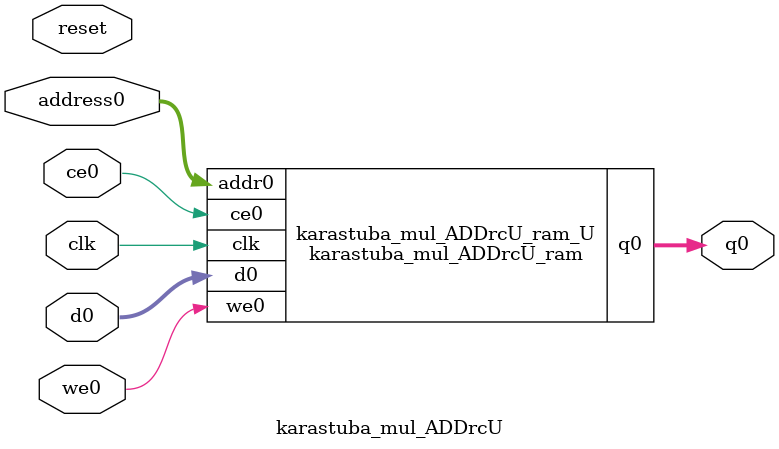
<source format=v>
`timescale 1 ns / 1 ps
module karastuba_mul_ADDrcU_ram (addr0, ce0, d0, we0, q0,  clk);

parameter DWIDTH = 32;
parameter AWIDTH = 5;
parameter MEM_SIZE = 32;

input[AWIDTH-1:0] addr0;
input ce0;
input[DWIDTH-1:0] d0;
input we0;
output reg[DWIDTH-1:0] q0;
input clk;

(* ram_style = "block" *)reg [DWIDTH-1:0] ram[0:MEM_SIZE-1];




always @(posedge clk)  
begin 
    if (ce0) begin
        if (we0) 
            ram[addr0] <= d0; 
        q0 <= ram[addr0];
    end
end


endmodule

`timescale 1 ns / 1 ps
module karastuba_mul_ADDrcU(
    reset,
    clk,
    address0,
    ce0,
    we0,
    d0,
    q0);

parameter DataWidth = 32'd32;
parameter AddressRange = 32'd32;
parameter AddressWidth = 32'd5;
input reset;
input clk;
input[AddressWidth - 1:0] address0;
input ce0;
input we0;
input[DataWidth - 1:0] d0;
output[DataWidth - 1:0] q0;



karastuba_mul_ADDrcU_ram karastuba_mul_ADDrcU_ram_U(
    .clk( clk ),
    .addr0( address0 ),
    .ce0( ce0 ),
    .we0( we0 ),
    .d0( d0 ),
    .q0( q0 ));

endmodule


</source>
